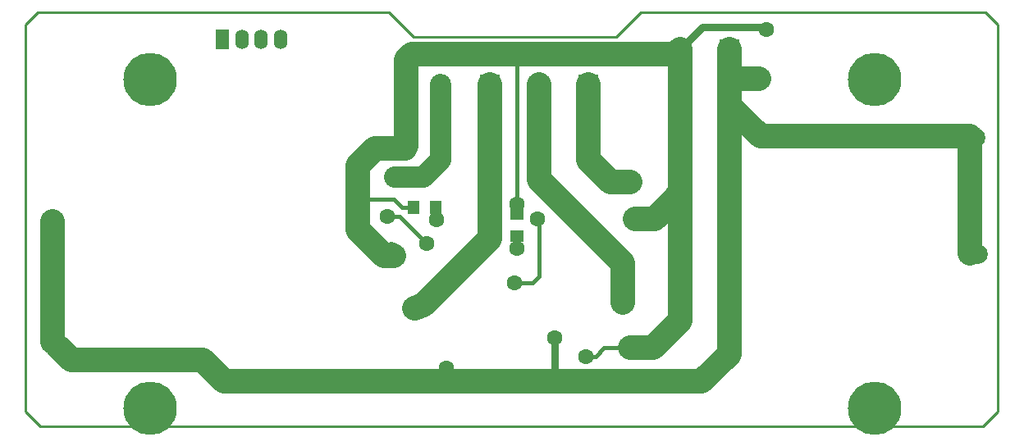
<source format=gbl>
%FSTAX23Y23*%
%MOIN*%
%SFA1B1*%

%IPPOS*%
%ADD12R,0.047000X0.055000*%
%ADD13R,0.055000X0.047000*%
%ADD21C,0.016000*%
%ADD23C,0.031000*%
%ADD28C,0.011000*%
%ADD30O,0.055000X0.079000*%
%ADD31R,0.055000X0.079000*%
%ADD32C,0.079000*%
%ADD33C,0.217000*%
%ADD34R,0.079000X0.079000*%
%ADD35C,0.063000*%
%ADD36C,0.100000*%
%ADD37C,0.087000*%
%LNmos¹ÜhÇÅ-1*%
%LPD*%
G54D12*
X01585Y00975D03*
X01675D03*
G54D13*
X02005Y0095D03*
Y0086D03*
G54D21*
X0209Y0092D02*
Y0093D01*
Y0092D02*
X02095Y00915D01*
X0236Y00405D02*
X0243D01*
X02325Y0037D02*
X0236Y00405D01*
X02285Y0037D02*
X02325D01*
X01995Y0067D02*
X0207D01*
X0136Y0101D02*
X01505D01*
X0154Y00975*
X01585*
X0207Y0067D02*
X02095Y00695D01*
Y00915*
X0148Y0094D02*
X0153D01*
X0164Y0083*
X02005Y0096D02*
Y016D01*
G54D23*
X0301Y0171D02*
X0302Y017D01*
X0276Y0171D02*
X0301D01*
X0267Y0162D02*
X0276Y0171D01*
X0216Y00273D02*
Y00445D01*
G54D28*
X01485Y0177D02*
X01515Y0174D01*
X0006Y0177D02*
X01485D01*
X039Y00085D02*
X0396Y00145D01*
Y0172*
X0391Y0177D02*
X0396Y0172D01*
X0251Y0177D02*
X0391D01*
X0246Y0172D02*
X0251Y0177D01*
X0001Y0172D02*
X0006Y0177D01*
X0001Y00145D02*
Y0172D01*
X01515Y0174D02*
X01585Y0167D01*
X0241*
X0246Y0172*
X0001Y00145D02*
X0007Y00085D01*
X01395*
X039*
G54D30*
X01046Y0166D03*
X00889D03*
X00967D03*
G54D31*
X0081Y0166D03*
G54D32*
X01555Y01205D03*
Y011D03*
X0159Y00565D03*
X01495Y00795D03*
X02435Y0059D03*
X0244Y0108D03*
X0267Y0162D03*
X01695Y01475D03*
X02095D03*
X00135Y004D03*
X0012Y00925D03*
X0387Y0126D03*
X0388Y00785D03*
X0248Y00935D03*
G54D33*
X0346Y01496D03*
X00515D03*
X0346Y00157D03*
X00515D03*
G54D34*
X0287Y0162D03*
X01895Y01475D03*
X02295D03*
G54D35*
X0209Y0093D03*
X0216Y00445D03*
X02285Y0037D03*
X02005Y0099D03*
X01718Y00323D03*
X01995Y0067D03*
X02005Y0081D03*
X0168Y00925D03*
X0164Y0083D03*
X0148Y0094D03*
X0302Y017D03*
X02465Y00405D03*
X0299Y015D03*
G54D36*
X01465Y0078D02*
X01505D01*
X0136Y00885D02*
X01465Y0078D01*
X0136Y00885D02*
Y0101D01*
X02435Y0059D02*
Y0075D01*
X02095Y0109D02*
X02435Y0075D01*
X02095Y0109D02*
Y01475D01*
X03845Y0079D02*
Y01265D01*
X00817Y00268D02*
X02757D01*
X00142Y00407D02*
X00195Y00355D01*
X02757Y00268D02*
X0287Y0038D01*
X0073Y00355D02*
X00817Y00268D01*
X01895Y00849D02*
Y01145D01*
X01626Y0058D02*
X01895Y00849D01*
Y01145D02*
Y0117D01*
X0136Y0101D02*
Y01145D01*
X0159Y00565D02*
X01626Y0058D01*
X0136Y01145D02*
X0143Y01215D01*
X01545*
X0287Y015D02*
Y0162D01*
Y0139D02*
Y015D01*
X0299*
X0287Y0139D02*
X02995Y01265D01*
X0287Y0038D02*
Y0139D01*
X02995Y01265D02*
X03845D01*
X0256Y00405D02*
X0267Y00515D01*
X02465Y00405D02*
X0256D01*
X02385Y0108D02*
X02465D01*
X02295Y0117D02*
X02385Y0108D01*
X0012Y0043D02*
Y0092D01*
X00195Y00355D02*
X0073D01*
X01545Y01215D02*
X01555Y01225D01*
X0265Y016D02*
X0267Y0162D01*
X02005Y016D02*
X0265D01*
X0158D02*
X02005D01*
X01555Y01575D02*
X0158Y016D01*
X01555Y01225D02*
Y01575D01*
X01895Y01145D02*
Y01475D01*
X02295Y0117D02*
Y01475D01*
X0267Y01055D02*
Y0162D01*
X02485Y0093D02*
X02565D01*
X0267Y00515D02*
Y01035D01*
Y01055*
X02565Y0093D02*
X0267Y01035D01*
G54D37*
X01625Y011D02*
X01695Y0117D01*
Y01475*
X0151Y011D02*
X01555D01*
X01625*
M02*
</source>
